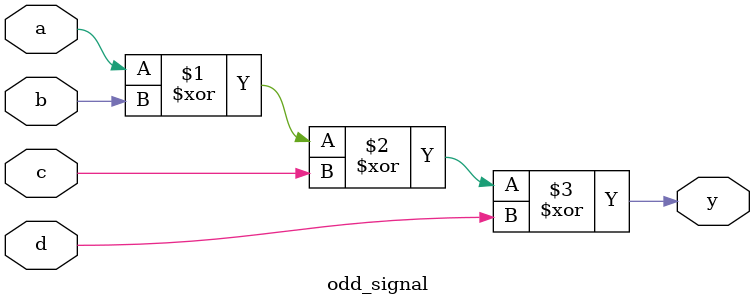
<source format=v>
module odd_signal (
    input wire a,  
    input wire b, 
    input wire c, 
    input wire d,
    output wire y
);
    
    assign y = a ^ b ^ c ^ d;
    
endmodule

</source>
